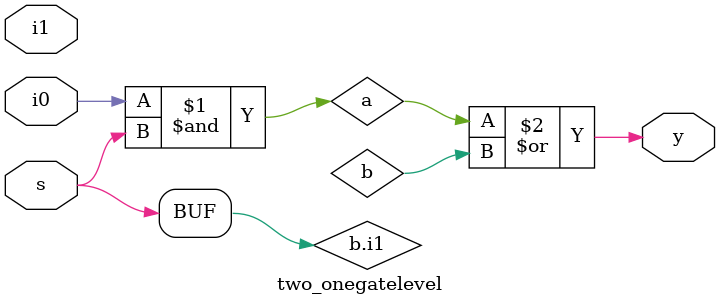
<source format=v>

module two_onegatelevel(input i0,i1,s,output y);
 and and_1(a,i0,s);
 and and_2(b.i1,s);
 or or_1(y,a,b);
 endmodule

</source>
